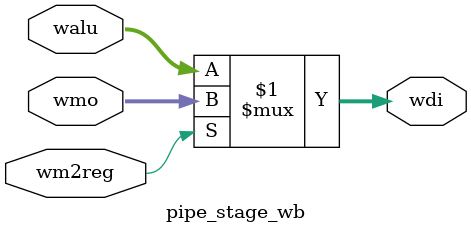
<source format=v>
module pipe_stage_wb (walu,wmo,wm2reg,wdi);
   input [31:0] walu,wmo;
   input wm2reg;
   
   output [31:0] wdi;
   
   assign wdi = wm2reg ? wmo : walu;
endmodule
</source>
